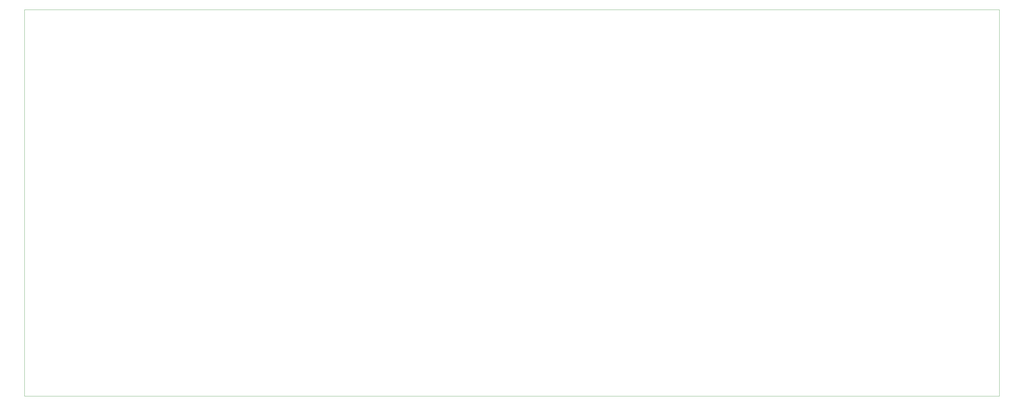
<source format=gbr>
G04 #@! TF.GenerationSoftware,KiCad,Pcbnew,5.1.5-52549c5~86~ubuntu18.04.1*
G04 #@! TF.CreationDate,2020-04-28T19:14:53+01:00*
G04 #@! TF.ProjectId,UnifiedBreakout,556e6966-6965-4644-9272-65616b6f7574,rev?*
G04 #@! TF.SameCoordinates,Original*
G04 #@! TF.FileFunction,Profile,NP*
%FSLAX46Y46*%
G04 Gerber Fmt 4.6, Leading zero omitted, Abs format (unit mm)*
G04 Created by KiCad (PCBNEW 5.1.5-52549c5~86~ubuntu18.04.1) date 2020-04-28 19:14:53*
%MOMM*%
%LPD*%
G04 APERTURE LIST*
%ADD10C,0.100000*%
G04 APERTURE END LIST*
D10*
X290830000Y-105410000D02*
X290830000Y-227330000D01*
X-16510000Y-105410000D02*
X290830000Y-105410000D01*
X-16510000Y-227330000D02*
X-16510000Y-105410000D01*
X290830000Y-227330000D02*
X-16510000Y-227330000D01*
M02*

</source>
